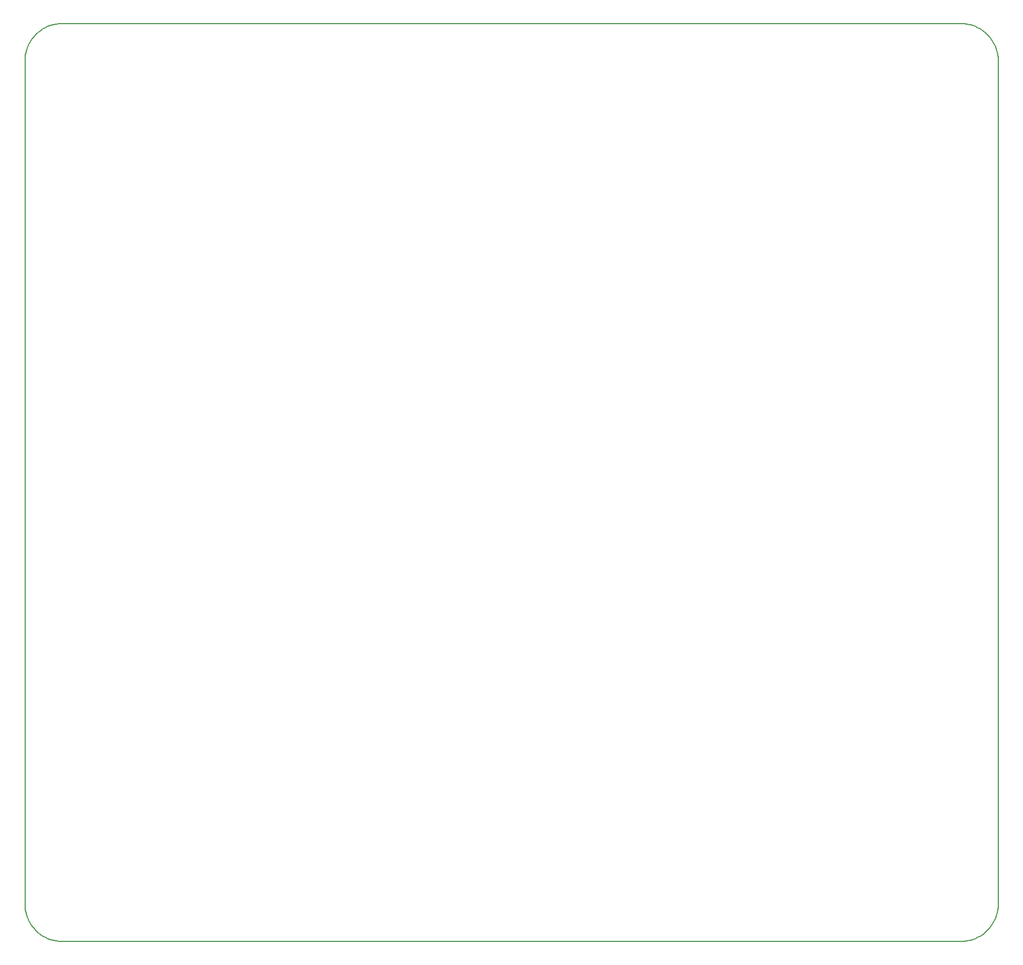
<source format=gbr>
G04 #@! TF.GenerationSoftware,KiCad,Pcbnew,(5.99.0-8951-g09be44a352)*
G04 #@! TF.CreationDate,2021-02-10T23:28:11+02:00*
G04 #@! TF.ProjectId,OsseyPad,4f737365-7950-4616-942e-6b696361645f,rev?*
G04 #@! TF.SameCoordinates,Original*
G04 #@! TF.FileFunction,Profile,NP*
%FSLAX46Y46*%
G04 Gerber Fmt 4.6, Leading zero omitted, Abs format (unit mm)*
G04 Created by KiCad (PCBNEW (5.99.0-8951-g09be44a352)) date 2021-02-10 23:28:11*
%MOMM*%
%LPD*%
G01*
G04 APERTURE LIST*
G04 #@! TA.AperFunction,Profile*
%ADD10C,0.200000*%
G04 #@! TD*
G04 APERTURE END LIST*
D10*
X232045749Y-221638912D02*
X87045800Y-221638912D01*
X237159750Y-76504350D02*
X237390750Y-76916350D01*
X238026750Y-216108850D02*
X237971750Y-216575999D01*
X235570749Y-220492380D02*
X235179750Y-220752840D01*
X84322810Y-220984350D02*
X83910780Y-220752840D01*
X237878750Y-78239350D02*
X237971750Y-78700350D01*
X87045800Y-73639350D02*
X232045749Y-73639350D01*
X81699023Y-76916350D02*
X81930534Y-76504350D01*
X233899750Y-73932350D02*
X234341750Y-74095350D01*
X232515750Y-73656350D02*
X232982750Y-73712350D01*
X237159750Y-218772590D02*
X236899750Y-219163960D01*
X235179750Y-220752840D02*
X234768750Y-220984350D01*
X82802830Y-219880540D02*
X82483130Y-219534650D01*
X81339356Y-77784350D02*
X81501965Y-77342350D01*
X235570749Y-74784350D02*
X235941750Y-75076350D01*
X232045749Y-73639350D02*
X232515750Y-73656350D01*
X83910780Y-74523350D02*
X84322810Y-74292350D01*
X233445749Y-221472172D02*
X232982750Y-221564501D01*
X236606750Y-219534650D02*
X236287750Y-219880540D01*
X82190990Y-76112350D02*
X82483130Y-75741350D01*
X82190990Y-219163960D02*
X81930534Y-218772590D01*
X85190960Y-73932350D02*
X85645730Y-73804350D01*
X82483130Y-75741350D02*
X82802830Y-75396350D01*
X234341750Y-74095350D02*
X234768750Y-74292350D01*
X237878750Y-217039020D02*
X237750750Y-217492410D01*
X81501965Y-77342350D02*
X81699023Y-76916350D01*
X237750750Y-217492410D02*
X237588750Y-217934760D01*
X232982750Y-73712350D02*
X233445749Y-73804350D01*
X87045800Y-221638912D02*
X86575900Y-221619623D01*
X236287750Y-75396350D02*
X236606750Y-75741350D01*
X81211199Y-78239350D02*
X81339356Y-77784350D01*
X236899750Y-219163960D02*
X236606750Y-219534650D01*
X84322810Y-74292350D02*
X84748610Y-74095350D01*
X81930534Y-218772590D02*
X81699023Y-218361940D01*
X236606750Y-75741350D02*
X236899750Y-76112350D01*
X85645730Y-221472172D02*
X85190960Y-221344015D01*
X85190960Y-221344015D02*
X84748610Y-221181406D01*
X237390750Y-76916350D02*
X237588750Y-77342350D01*
X81118871Y-216575999D02*
X81063749Y-216108850D01*
X236287750Y-219880540D02*
X235941750Y-220200240D01*
X82802830Y-75396350D02*
X83148720Y-75076350D01*
X232515750Y-221619623D02*
X232045749Y-221638912D01*
X81045835Y-215638950D02*
X81045835Y-79638350D01*
X83148720Y-220200240D02*
X82802830Y-219880540D01*
X86575900Y-73656350D02*
X87045800Y-73639350D01*
X237588750Y-77342350D02*
X237750750Y-77784350D01*
X85645730Y-73804350D02*
X86107370Y-73712350D01*
X81045835Y-79638350D02*
X81063749Y-79169350D01*
X81699023Y-218361940D02*
X81501965Y-217934760D01*
X81930534Y-76504350D02*
X82190990Y-76112350D01*
X82483130Y-219534650D02*
X82190990Y-219163960D01*
X235941750Y-75076350D02*
X236287750Y-75396350D01*
X86575900Y-221619623D02*
X86107370Y-221564501D01*
X236899750Y-76112350D02*
X237159750Y-76504350D01*
X81063749Y-79169350D02*
X81118871Y-78700350D01*
X234341750Y-221181406D02*
X233899750Y-221344015D01*
X81118871Y-78700350D02*
X81211199Y-78239350D01*
X238026750Y-79169350D02*
X238045750Y-79638350D01*
X235179750Y-74523350D02*
X235570749Y-74784350D01*
X81063749Y-216108850D02*
X81045835Y-215638950D01*
X234768750Y-74292350D02*
X235179750Y-74523350D01*
X83910780Y-220752840D02*
X83519410Y-220492380D01*
X237750750Y-77784350D02*
X237878750Y-78239350D01*
X233899750Y-221344015D02*
X233445749Y-221472172D01*
X84748610Y-221181406D02*
X84322810Y-220984350D01*
X238045750Y-79638350D02*
X238045750Y-215638950D01*
X83519410Y-220492380D02*
X83148720Y-220200240D01*
X237390750Y-218361940D02*
X237159750Y-218772590D01*
X83148720Y-75076350D02*
X83519410Y-74784350D01*
X84748610Y-74095350D02*
X85190960Y-73932350D01*
X237588750Y-217934760D02*
X237390750Y-218361940D01*
X81501965Y-217934760D02*
X81339356Y-217492410D01*
X235941750Y-220200240D02*
X235570749Y-220492380D01*
X237971750Y-216575999D02*
X237878750Y-217039020D01*
X83519410Y-74784350D02*
X83910780Y-74523350D01*
X233445749Y-73804350D02*
X233899750Y-73932350D01*
X234768750Y-220984350D02*
X234341750Y-221181406D01*
X81339356Y-217492410D02*
X81211199Y-217039020D01*
X237971750Y-78700350D02*
X238026750Y-79169350D01*
X86107370Y-221564501D02*
X85645730Y-221472172D01*
X86107370Y-73712350D02*
X86575900Y-73656350D01*
X81211199Y-217039020D02*
X81118871Y-216575999D01*
X238045750Y-215638950D02*
X238026750Y-216108850D01*
X232982750Y-221564501D02*
X232515750Y-221619623D01*
M02*

</source>
